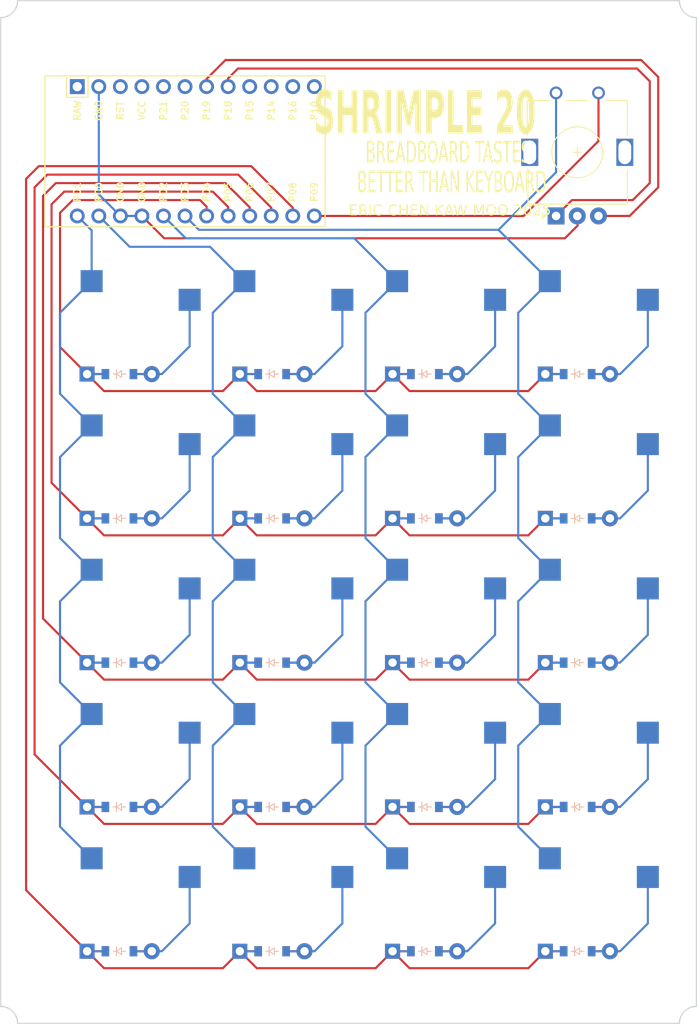
<source format=kicad_pcb>
(kicad_pcb (version 20241229) (generator "pcbnew") (generator_version "9.0")
  (layers (0 "F.Cu" signal) (2 "B.Cu" signal) (13 "F.Paste" user) (15 "B.Paste" user) (5 "F.SilkS" user "F.Silkscreen") (7 "B.SilkS" user "B.Silkscreen") (1 "F.Mask" user) (3 "B.Mask" user) (25 "Edge.Cuts" user))
  (net 0 "")
  (net 1 "P1")
  (net 2 "col1_row1")
  (net 3 "col1_row2")
  (net 4 "col1_row3")
  (net 5 "col1_row4")
  (net 6 "col1_row5")
  (net 7 "P0")
  (net 8 "col2_row1")
  (net 9 "col2_row2")
  (net 10 "col2_row3")
  (net 11 "col2_row4")
  (net 12 "col2_row5")
  (net 13 "P2")
  (net 14 "col3_row1")
  (net 15 "col3_row2")
  (net 16 "col3_row3")
  (net 17 "col3_row4")
  (net 18 "col3_row5")
  (net 19 "P3")
  (net 20 "col4_row1")
  (net 21 "col4_row2")
  (net 22 "col4_row3")
  (net 23 "col4_row4")
  (net 24 "col4_row5")
  (net 25 "P8")
  (net 26 "P7")
  (net 27 "P6")
  (net 28 "P5")
  (net 29 "P4")
  (net 30 "RAW")
  (net 31 "GND")
  (net 32 "RST")
  (net 33 "VCC")
  (net 34 "P21")
  (net 35 "P20")
  (net 36 "P19")
  (net 37 "P18")
  (net 38 "P15")
  (net 39 "P14")
  (net 40 "P16")
  (net 41 "P10")
  (net 42 "P9")
  (footprint "ComboDiode" (layer "F.Cu") (at 118 162)
    (property "Reference" "D16" (hide yes))
    (property "Value" "" (hide yes))
  )
  (footprint "PG1350" (layer "F.Cu") (at 100 157)
    (property "Reference" "S11" (hide yes))
    (property "Value" "" (hide yes))
  )
  (footprint "PG1350" (layer "F.Cu") (at 82 123)
    (property "Reference" "S8" (hide yes))
    (property "Value" "" (hide yes))
  )
  (footprint "PG1350" (layer "F.Cu") (at 82 140)
    (property "Reference" "S7" (hide yes))
    (property "Value" "" (hide yes))
  )
  (footprint "PG1350" (layer "F.Cu") (at 82 89)
    (property "Reference" "S10" (hide yes))
    (property "Value" "" (hide yes))
  )
  (footprint "ProMicro" (layer "F.Cu") (at 73 67.75)
    (property "Reference" "MCU1" (hide yes))
    (property "Value" "" (hide yes))
  )
  (footprint "ComboDiode" (layer "F.Cu") (at 82 145)
    (property "Reference" "D7" (hide yes))
    (property "Value" "" (hide yes))
  )
  (footprint "PG1350" (layer "F.Cu") (at 118 157)
    (property "Reference" "S16" (hide yes))
    (property "Value" "" (hide yes))
  )
  (footprint "PG1350" (layer "F.Cu") (at 82 157)
    (property "Reference" "S6" (hide yes))
    (property "Value" "" (hide yes))
  )
  (footprint "PG1350" (layer "F.Cu") (at 64 157)
    (property "Reference" "S1" (hide yes))
    (property "Value" "" (hide yes))
  )
  (footprint "ComboDiode" (layer "F.Cu") (at 118 94)
    (property "Reference" "D20" (hide yes))
    (property "Value" "" (hide yes))
  )
  (footprint "PG1350" (layer "F.Cu") (at 118 89)
    (property "Reference" "S20" (hide yes))
    (property "Value" "" (hide yes))
  )
  (footprint "ComboDiode" (layer "F.Cu") (at 118 128)
    (property "Reference" "D18" (hide yes))
    (property "Value" "" (hide yes))
  )
  (footprint "PG1350" (layer "F.Cu") (at 118 140)
    (property "Reference" "S17" (hide yes))
    (property "Value" "" (hide yes))
  )
  (footprint "ComboDiode" (layer "F.Cu") (at 64 128)
    (property "Reference" "D3" (hide yes))
    (property "Value" "" (hide yes))
  )
  (footprint "ComboDiode" (layer "F.Cu") (at 118 145)
    (property "Reference" "D17" (hide yes))
    (property "Value" "" (hide yes))
  )
  (footprint "PG1350" (layer "F.Cu") (at 64 123)
    (property "Reference" "S3" (hide yes))
    (property "Value" "" (hide yes))
  )
  (footprint "ComboDiode" (layer "F.Cu") (at 64 94)
    (property "Reference" "D5" (hide yes))
    (property "Value" "" (hide yes))
  )
  (footprint "ComboDiode" (layer "F.Cu") (at 82 162)
    (property "Reference" "D6" (hide yes))
    (property "Value" "" (hide yes))
  )
  (footprint "ComboDiode" (layer "F.Cu") (at 100 94)
    (property "Reference" "D15" (hide yes))
    (property "Value" "" (hide yes))
  )
  (footprint "PG1350" (layer "F.Cu") (at 100 140)
    (property "Reference" "S12" (hide yes))
    (property "Value" "" (hide yes))
  )
  (footprint "ComboDiode" (layer "F.Cu") (at 100 162)
    (property "Reference" "D11" (hide yes))
    (property "Value" "" (hide yes))
  )
  (footprint "PG1350" (layer "F.Cu") (at 118 106)
    (property "Reference" "S19" (hide yes))
    (property "Value" "" (hide yes))
  )
  (footprint "PG1350" (layer "F.Cu") (at 100 89)
    (property "Reference" "S15" (hide yes))
    (property "Value" "" (hide yes))
  )
  (footprint "ComboDiode" (layer "F.Cu") (at 82 128)
    (property "Reference" "D8" (hide yes))
    (property "Value" "" (hide yes))
  )
  (footprint "PG1350" (layer "F.Cu") (at 64 89)
    (property "Reference" "S5" (hide yes))
    (property "Value" "" (hide yes))
  )
  (footprint "ComboDiode" (layer "F.Cu") (at 82 111)
    (property "Reference" "D9" (hide yes))
    (property "Value" "" (hide yes))
  )
  (footprint "ComboDiode" (layer "F.Cu") (at 82 94)
    (property "Reference" "D10" (hide yes))
    (property "Value" "" (hide yes))
  )
  (footprint "PG1350" (layer "F.Cu") (at 100 106)
    (property "Reference" "S14" (hide yes))
    (property "Value" "" (hide yes))
  )
  (footprint "ComboDiode" (layer "F.Cu") (at 64 111)
    (property "Reference" "D4" (hide yes))
    (property "Value" "" (hide yes))
  )
  (footprint "ComboDiode" (layer "F.Cu") (at 118 111)
    (property "Reference" "D19" (hide yes))
    (property "Value" "" (hide yes))
  )
  (footprint "ComboDiode" (layer "F.Cu") (at 64 145)
    (property "Reference" "D2" (hide yes))
    (property "Value" "" (hide yes))
  )
  (footprint "ComboDiode" (layer "F.Cu") (at 100 145)
    (property "Reference" "D12" (hide yes))
    (property "Value" "" (hide yes))
  )
  (footprint "PG1350" (layer "F.Cu") (at 100 123)
    (property "Reference" "S13" (hide yes))
    (property "Value" "" (hide yes))
  )
  (footprint "PG1350" (layer "F.Cu") (at 64 140)
    (property "Reference" "S2" (hide yes))
    (property "Value" "" (hide yes))
  )
  (footprint "ComboDiode" (layer "F.Cu") (at 64 162)
    (property "Reference" "D1" (hide yes))
    (property "Value" "" (hide yes))
  )
  (footprint "PG1350" (layer "F.Cu") (at 118 123)
    (property "Reference" "S18" (hide yes))
    (property "Value" "" (hide yes))
  )
  (footprint "ComboDiode" (layer "F.Cu") (at 100 128)
    (property "Reference" "D13" (hide yes))
    (property "Value" "" (hide yes))
  )
  (footprint "ComboDiode" (layer "F.Cu") (at 100 111)
    (property "Reference" "D14" (hide yes))
    (property "Value" "" (hide yes))
  )
  (footprint "PG1350" (layer "F.Cu") (at 64 106)
    (property "Reference" "S4" (hide yes))
    (property "Value" "" (hide yes))
  )
  (footprint "PG1350" (layer "F.Cu") (at 82 106)
    (property "Reference" "S9" (hide yes))
    (property "Value" "" (hide yes))
  )
  (footprint "rotary_encoder" (layer "F.Cu") (at 118 67.75 90)
    (property "Reference" "ROT1" (hide yes))
    (property "Value" "")
  )
  (gr_line (start 52 50) (end 130 50) (stroke (width 0.15)) (layer "Edge.Cuts"))
  (gr_line (start 132 52) (end 132 168.5) (stroke (width 0.15)) (layer "Edge.Cuts"))
  (gr_line (start 50 168.5) (end 50 52) (stroke (width 0.15)) (layer "Edge.Cuts"))
  (gr_line (start 130 170.5) (end 52 170.5) (stroke (width 0.15)) (layer "Edge.Cuts"))
  (gr_arc (start 130 170.5) (mid 130.585786 169.085786) (end 132 168.5) (stroke (width 0.15)) (layer "Edge.Cuts"))
  (gr_arc (start 52 50) (mid 51.414214 51.414214) (end 50 52) (stroke (width 0.15)) (layer "Edge.Cuts"))
  (gr_arc (start 50 168.5) (mid 51.414214 169.085786) (end 52 170.5) (stroke (width 0.15)) (layer "Edge.Cuts"))
  (gr_arc (start 132 52) (mid 130.585786 51.414214) (end 130 50) (stroke (width 0.15)) (layer "Edge.Cuts"))
  (gr_text "ERIC CHEN KAW MOO 2025" (at 91 75.5 0) (layer "F.SilkS") (effects (font (size 1.25 1.25) (thickness 0.09375)) (justify left bottom)))
  (gr_text "SHRIMPLE 20" (at 100 66.5 0) (layer "F.SilkS") (effects (font (size 5 2.5) (thickness 0.3) (bold yes)) (justify bottom)))
  (gr_text "BREADBOARD TASTES" (at 93 69.5 0) (layer "F.SilkS") (effects (font (size 2.5 1.25) (thickness 0.15625)) (justify left bottom)))
  (gr_text "BETTER THAN KEYBOARD" (at 92 73 0) (layer "F.SilkS") (effects (font (size 2.5 1.25) (thickness 0.15625)) (justify left bottom)))
  (segment (start 57 96.325) (end 60.725 100.05) (width 0.25) (layer "B.Cu") (net 1))
  (segment (start 57 113.325) (end 60.725 117.05) (width 0.25) (layer "B.Cu") (net 1))
  (segment (start 60.725 77.065) (end 59.03 75.37) (width 0.25) (layer "B.Cu") (net 1))
  (segment (start 57 86.775) (end 57 96.325) (width 0.25) (layer "B.Cu") (net 1))
  (segment (start 57 147.325) (end 60.725 151.05) (width 0.25) (layer "B.Cu") (net 1))
  (segment (start 60.725 83.05) (end 57 86.775) (width 0.25) (layer "B.Cu") (net 1))
  (segment (start 57 120.775) (end 57 130.325) (width 0.25) (layer "B.Cu") (net 1))
  (segment (start 60.725 83.05) (end 60.725 77.065) (width 0.25) (layer "B.Cu") (net 1))
  (segment (start 57 137.775) (end 57 147.325) (width 0.25) (layer "B.Cu") (net 1))
  (segment (start 60.725 117.05) (end 57 120.775) (width 0.25) (layer "B.Cu") (net 1))
  (segment (start 57 130.325) (end 60.725 134.05) (width 0.25) (layer "B.Cu") (net 1))
  (segment (start 57 103.775) (end 57 113.325) (width 0.25) (layer "B.Cu") (net 1))
  (segment (start 60.725 100.05) (end 57 103.775) (width 0.25) (layer "B.Cu") (net 1))
  (segment (start 60.725 134.05) (end 57 137.775) (width 0.25) (layer "B.Cu") (net 1))
  (segment (start 65.65 162) (end 67.81 162) (width 0.25) (layer "F.Cu") (net 2))
  (segment (start 72.275 158.725) (end 69 162) (width 0.25) (layer "B.Cu") (net 2))
  (segment (start 65.65 162) (end 67.81 162) (width 0.25) (layer "B.Cu") (net 2))
  (segment (start 69 162) (end 67.81 162) (width 0.25) (layer "B.Cu") (net 2))
  (segment (start 72.275 153.25) (end 72.275 158.725) (width 0.25) (layer "B.Cu") (net 2))
  (segment (start 65.65 145) (end 67.81 145) (width 0.25) (layer "F.Cu") (net 3))
  (segment (start 72.275 136.25) (end 72.275 141.725) (width 0.25) (layer "B.Cu") (net 3))
  (segment (start 69 145) (end 67.81 145) (width 0.25) (layer "B.Cu") (net 3))
  (segment (start 67.81 145) (end 65.65 145) (width 0.25) (layer "B.Cu") (net 3))
  (segment (start 72.275 141.725) (end 69 145) (width 0.25) (layer "B.Cu") (net 3))
  (segment (start 67.81 128) (end 65.65 128) (width 0.25) (layer "F.Cu") (net 4))
  (segment (start 72.275 119.25) (end 72.275 124.725) (width 0.25) (layer "B.Cu") (net 4))
  (segment (start 72.275 124.725) (end 69 128) (width 0.25) (layer "B.Cu") (net 4))
  (segment (start 69 128) (end 67.81 128) (width 0.25) (layer "B.Cu") (net 4))
  (segment (start 67.81 128) (end 65.65 128) (width 0.25) (layer "B.Cu") (net 4))
  (segment (start 65.65 111) (end 67.81 111) (width 0.25) (layer "F.Cu") (net 5))
  (segment (start 65.65 111) (end 67.81 111) (width 0.25) (layer "B.Cu") (net 5))
  (segment (start 72.275 107.725) (end 69 111) (width 0.25) (layer "B.Cu") (net 5))
  (segment (start 69 111) (end 67.81 111) (width 0.25) (layer "B.Cu") (net 5))
  (segment (start 72.275 102.25) (end 72.275 107.725) (width 0.25) (layer "B.Cu") (net 5))
  (segment (start 65.65 94) (end 67.81 94) (width 0.25) (layer "F.Cu") (net 6))
  (segment (start 69 94) (end 67.81 94) (width 0.25) (layer "B.Cu") (net 6))
  (segment (start 72.275 90.725) (end 69 94) (width 0.25) (layer "B.Cu") (net 6))
  (segment (start 72.275 85.25) (end 72.275 90.725) (width 0.25) (layer "B.Cu") (net 6))
  (segment (start 67.81 94) (end 65.65 94) (width 0.25) (layer "B.Cu") (net 6))
  (segment (start 78.725 117.05) (end 75 113.325) (width 0.25) (layer "B.Cu") (net 7))
  (segment (start 75 86.775) (end 78.725 83.05) (width 0.25) (layer "B.Cu") (net 7))
  (segment (start 75 130.325) (end 75 120.775) (width 0.25) (layer "B.Cu") (net 7))
  (segment (start 78.725 100.05) (end 75 96.325) (width 0.25) (layer "B.Cu") (net 7))
  (segment (start 75 103.775) (end 78.725 100.05) (width 0.25) (layer "B.Cu") (net 7))
  (segment (start 78.725 151.05) (end 75 147.325) (width 0.25) (layer "B.Cu") (net 7))
  (segment (start 75 120.775) (end 78.725 117.05) (width 0.25) (layer "B.Cu") (net 7))
  (segment (start 78.725 83.05) (end 74.675 79) (width 0.25) (layer "B.Cu") (net 7))
  (segment (start 74.675 79) (end 65.2 79) (width 0.25) (layer "B.Cu") (net 7))
  (segment (start 78.725 134.05) (end 75 130.325) (width 0.25) (layer "B.Cu") (net 7))
  (segment (start 75 96.325) (end 75 86.775) (width 0.25) (layer "B.Cu") (net 7))
  (segment (start 75 113.325) (end 75 103.775) (width 0.25) (layer "B.Cu") (net 7))
  (segment (start 65.2 79) (end 61.57 75.37) (width 0.25) (layer "B.Cu") (net 7))
  (segment (start 75 147.325) (end 75 137.775) (width 0.25) (layer "B.Cu") (net 7))
  (segment (start 75 137.775) (end 78.725 134.05) (width 0.25) (layer "B.Cu") (net 7))
  (segment (start 83.65 162) (end 85.81 162) (width 0.25) (layer "F.Cu") (net 8))
  (segment (start 87 162) (end 85.81 162) (width 0.25) (layer "B.Cu") (net 8))
  (segment (start 90.275 153.25) (end 90.275 158.725) (width 0.25) (layer "B.Cu") (net 8))
  (segment (start 90.275 158.725) (end 87 162) (width 0.25) (layer "B.Cu") (net 8))
  (segment (start 83.65 162) (end 85.81 162) (width 0.25) (layer "B.Cu") (net 8))
  (segment (start 85.81 145) (end 83.65 145) (width 0.25) (layer "F.Cu") (net 9))
  (segment (start 90.275 136.25) (end 90.275 141.725) (width 0.25) (layer "B.Cu") (net 9))
  (segment (start 87 145) (end 85.81 145) (width 0.25) (layer "B.Cu") (net 9))
  (segment (start 90.275 141.725) (end 87 145) (width 0.25) (layer "B.Cu") (net 9))
  (segment (start 83.65 145) (end 85.81 145) (width 0.25) (layer "B.Cu") (net 9))
  (segment (start 83.65 128) (end 85.81 128) (width 0.25) (layer "F.Cu") (net 10))
  (segment (start 83.65 128) (end 85.81 128) (width 0.25) (layer "B.Cu") (net 10))
  (segment (start 87 128) (end 85.81 128) (width 0.25) (layer "B.Cu") (net 10))
  (segment (start 90.275 124.725) (end 87 128) (width 0.25) (layer "B.Cu") (net 10))
  (segment (start 90.275 119.25) (end 90.275 124.725) (width 0.25) (layer "B.Cu") (net 10))
  (segment (start 83.65 111) (end 85.81 111) (width 0.25) (layer "F.Cu") (net 11))
  (segment (start 83.65 111) (end 85.81 111) (width 0.25) (layer "B.Cu") (net 11))
  (segment (start 90.275 102.25) (end 90.275 107.725) (width 0.25) (layer "B.Cu") (net 11))
  (segment (start 90.275 107.725) (end 87 111) (width 0.25) (layer "B.Cu") (net 11))
  (segment (start 87 111) (end 85.81 111) (width 0.25) (layer "B.Cu") (net 11))
  (segment (start 83.65 94) (end 85.81 94) (width 0.25) (layer "F.Cu") (net 12))
  (segment (start 90.275 90.725) (end 87 94) (width 0.25) (layer "B.Cu") (net 12))
  (segment (start 85.81 94) (end 83.65 94) (width 0.25) (layer "B.Cu") (net 12))
  (segment (start 87 94) (end 85.81 94) (width 0.25) (layer "B.Cu") (net 12))
  (segment (start 90.275 85.25) (end 90.275 90.725) (width 0.25) (layer "B.Cu") (net 12))
  (segment (start 93 120.775) (end 93 130.325) (width 0.25) (layer "B.Cu") (net 13))
  (segment (start 96.725 83.05) (end 93 86.775) (width 0.25) (layer "B.Cu") (net 13))
  (segment (start 71.82 78) (end 91.675 78) (width 0.25) (layer "B.Cu") (net 13))
  (segment (start 93 147.325) (end 96.725 151.05) (width 0.25) (layer "B.Cu") (net 13))
  (segment (start 91.675 78) (end 96.725 83.05) (width 0.25) (layer "B.Cu") (net 13))
  (segment (start 93 86.775) (end 93 96.325) (width 0.25) (layer "B.Cu") (net 13))
  (segment (start 93 113.325) (end 96.725 117.05) (width 0.25) (layer "B.Cu") (net 13))
  (segment (start 93 130.325) (end 96.725 134.05) (width 0.25) (layer "B.Cu") (net 13))
  (segment (start 96.725 117.05) (end 93 120.775) (width 0.25) (layer "B.Cu") (net 13))
  (segment (start 96.725 134.05) (end 93 137.775) (width 0.25) (layer "B.Cu") (net 13))
  (segment (start 93 137.775) (end 93 147.325) (width 0.25) (layer "B.Cu") (net 13))
  (segment (start 69.19 75.37) (end 71.82 78) (width 0.25) (layer "B.Cu") (net 13))
  (segment (start 93 96.325) (end 96.725 100.05) (width 0.25) (layer "B.Cu") (net 13))
  (segment (start 93 103.775) (end 93 113.325) (width 0.25) (layer "B.Cu") (net 13))
  (segment (start 96.725 100.05) (end 93 103.775) (width 0.25) (layer "B.Cu") (net 13))
  (segment (start 101.65 162) (end 103.81 162) (width 0.25) (layer "F.Cu") (net 14))
  (segment (start 108.275 153.25) (end 108.275 158.725) (width 0.25) (layer "B.Cu") (net 14))
  (segment (start 103.81 162) (end 101.65 162) (width 0.25) (layer "B.Cu") (net 14))
  (segment (start 105 162) (end 103.81 162) (width 0.25) (layer "B.Cu") (net 14))
  (segment (start 108.275 158.725) (end 105 162) (width 0.25) (layer "B.Cu") (net 14))
  (segment (start 103.81 145) (end 101.65 145) (width 0.25) (layer "F.Cu") (net 15))
  (segment (start 108.275 136.25) (end 108.275 141.725) (width 0.25) (layer "B.Cu") (net 15))
  (segment (start 108.275 141.725) (end 105 145) (width 0.25) (layer "B.Cu") (net 15))
  (segment (start 105 145) (end 103.81 145) (width 0.25) (layer "B.Cu") (net 15))
  (segment (start 103.81 145) (end 101.65 145) (width 0.25) (layer "B.Cu") (net 15))
  (segment (start 103.81 128) (end 101.65 128) (width 0.25) (layer "F.Cu") (net 16))
  (segment (start 105 128) (end 103.81 128) (width 0.25) (layer "B.Cu") (net 16))
  (segment (start 108.275 119.25) (end 108.275 124.725) (width 0.25) (layer "B.Cu") (net 16))
  (segment (start 101.65 128) (end 103.81 128) (width 0.25) (layer "B.Cu") (net 16))
  (segment (start 108.275 124.725) (end 105 128) (width 0.25) (layer "B.Cu") (net 16))
  (segment (start 101.65 111) (end 103.81 111) (width 0.25) (layer "F.Cu") (net 17))
  (segment (start 108.275 107.725) (end 105 111) (width 0.25) (layer "B.Cu") (net 17))
  (segment (start 101.65 111) (end 103.81 111) (width 0.25) (layer "B.Cu") (net 17))
  (segment (start 108.275 102.25) (end 108.275 107.725) (width 0.25) (layer "B.Cu") (net 17))
  (segment (start 105 111) (end 103.81 111) (width 0.25) (layer "B.Cu") (net 17))
  (segment (start 101.65 94) (end 103.81 94) (width 0.25) (layer "F.Cu") (net 18))
  (segment (start 103.81 94) (end 101.65 94) (width 0.25) (layer "B.Cu") (net 18))
  (segment (start 105 94) (end 103.81 94) (width 0.25) (layer "B.Cu") (net 18))
  (segment (start 108.275 85.25) (end 108.275 90.725) (width 0.25) (layer "B.Cu") (net 18))
  (segment (start 108.275 90.725) (end 105 94) (width 0.25) (layer "B.Cu") (net 18))
  (segment (start 111 137.775) (end 114.725 134.05) (width 0.25) (layer "B.Cu") (net 19))
  (segment (start 111 113.325) (end 111 103.775) (width 0.25) (layer "B.Cu") (net 19))
  (segment (start 114.725 151.05) (end 111 147.325) (width 0.25) (layer "B.Cu") (net 19))
  (segment (start 114.725 100.05) (end 111 96.325) (width 0.25) (layer "B.Cu") (net 19))
  (segment (start 111 86.775) (end 114.725 83.05) (width 0.25) (layer "B.Cu") (net 19))
  (segment (start 71.73 75.37) (end 73.36 77) (width 0.25) (layer "B.Cu") (net 19))
  (segment (start 114.725 134.05) (end 111 130.325) (width 0.25) (layer "B.Cu") (net 19))
  (segment (start 115.46 70.215) (end 108.675 77) (width 0.25) (layer "B.Cu") (net 19))
  (segment (start 114.725 117.05) (end 111 113.325) (width 0.25) (layer "B.Cu") (net 19))
  (segment (start 111 120.775) (end 114.725 117.05) (width 0.25) (layer "B.Cu") (net 19))
  (segment (start 111 96.325) (end 111 86.775) (width 0.25) (layer "B.Cu") (net 19))
  (segment (start 115.46 60.87) (end 115.46 70.215) (width 0.25) (layer "B.Cu") (net 19))
  (segment (start 73.36 77) (end 108.675 77) (width 0.25) (layer "B.Cu") (net 19))
  (segment (start 108.8375 77.1625) (end 114.725 83.05) (width 0.25) (layer "B.Cu") (net 19))
  (segment (start 111 130.325) (end 111 120.775) (width 0.25) (layer "B.Cu") (net 19))
  (segment (start 111 103.775) (end 114.725 100.05) (width 0.25) (layer "B.Cu") (net 19))
  (segment (start 108.675 77) (end 108.8375 77.1625) (width 0.25) (layer "B.Cu") (net 19))
  (segment (start 111 147.325) (end 111 137.775) (width 0.25) (layer "B.Cu") (net 19))
  (segment (start 121.81 162) (end 119.65 162) (width 0.25) (layer "F.Cu") (net 20))
  (segment (start 126.275 158.725) (end 123 162) (width 0.25) (layer "B.Cu") (net 20))
  (segment (start 121.81 162) (end 119.65 162) (width 0.25) (layer "B.Cu") (net 20))
  (segment (start 126.275 153.25) (end 126.275 158.725) (width 0.25) (layer "B.Cu") (net 20))
  (segment (start 123 162) (end 121.81 162) (width 0.25) (layer "B.Cu") (net 20))
  (segment (start 119.65 145) (end 121.81 145) (width 0.25) (layer "F.Cu") (net 21))
  (segment (start 123 145) (end 121.81 145) (width 0.25) (layer "B.Cu") (net 21))
  (segment (start 126.275 141.725) (end 123 145) (width 0.25) (layer "B.Cu") (net 21))
  (segment (start 119.65 145) (end 121.81 145) (width 0.25) (layer "B.Cu") (net 21))
  (segment (start 126.275 136.25) (end 126.275 141.725) (width 0.25) (layer "B.Cu") (net 21))
  (segment (start 119.65 128) (end 121.81 128) (width 0.25) (layer "F.Cu") (net 22))
  (segment (start 126.275 119.25) (end 126.275 124.725) (width 0.25) (layer "B.Cu") (net 22))
  (segment (start 126.275 124.725) (end 123 128) (width 0.25) (layer "B.Cu") (net 22))
  (segment (start 123 128) (end 121.81 128) (width 0.25) (layer "B.Cu") (net 22))
  (segment (start 121.81 128) (end 119.65 128) (width 0.25) (layer "B.Cu") (net 22))
  (segment (start 119.65 111) (end 121.81 111) (width 0.25) (layer "F.Cu") (net 23))
  (segment (start 126.275 107.725) (end 123 111) (width 0.25) (layer "B.Cu") (net 23))
  (segment (start 126.275 102.25) (end 126.275 107.725) (width 0.25) (layer "B.Cu") (net 23))
  (segment (start 123 111) (end 121.81 111) (width 0.25) (layer "B.Cu") (net 23))
  (segment (start 121.81 111) (end 119.65 111) (width 0.25) (layer "B.Cu") (net 23))
  (segment (start 119.65 94) (end 121.81 94) (width 0.25) (layer "F.Cu") (net 24))
  (segment (start 126.275 85.25) (end 126.275 90.725) (width 0.25) (layer "B.Cu") (net 24))
  (segment (start 123 94) (end 121.81 94) (width 0.25) (layer "B.Cu") (net 24))
  (segment (start 121.81 94) (end 119.65 94) (width 0.25) (layer "B.Cu") (net 24))
  (segment (start 126.275 90.725) (end 123 94) (width 0.25) (layer "B.Cu") (net 24))
  (segment (start 96.19 162) (end 98.35 162) (width 0.25) (layer "F.Cu") (net 25))
  (segment (start 54.5 69.5) (end 79.53 69.5) (width 0.25) (layer "F.Cu") (net 25))
  (segment (start 60.19 162) (end 62.19 164) (width 0.25) (layer "F.Cu") (net 25))
  (segment (start 112.19 164) (end 114.19 162) (width 0.25) (layer "F.Cu") (net 25))
  (segment (start 94.19 164) (end 96.19 162) (width 0.25) (layer "F.Cu") (net 25))
  (segment (start 80.19 164) (end 94.19 164) (width 0.25) (layer "F.Cu") (net 25))
  (segment (start 78.19 162) (end 80.35 162) (width 0.25) (layer "F.Cu") (net 25))
  (segment (start 53 154.81) (end 53 71) (width 0.25) (layer "F.Cu") (net 25))
  (segment (start 76.19 164) (end 78.19 162) (width 0.25) (layer "F.Cu") (net 25))
  (segment (start 62.19 164) (end 76.19 164) (width 0.25) (layer "F.Cu") (net 25))
  (segment (start 79.53 69.5) (end 84.43 74.4) (width 0.25) (layer "F.Cu") (net 25))
  (segment (start 84.43 74.4) (end 84.43 75.37) (width 0.25) (layer "F.Cu") (net 25))
  (segment (start 60.19 162) (end 53 154.81) (width 0.25) (layer "F.Cu") (net 25))
  (segment (start 96.19 162) (end 98.19 164) (width 0.25) (layer "F.Cu") (net 25))
  (segment (start 98.19 164) (end 112.19 164) (width 0.25) (layer "F.Cu") (net 25))
  (segment (start 116.35 162) (end 114.19 162) (width 0.25) (layer "F.Cu") (net 25))
  (segment (start 60.19 162) (end 62.35 162) (width 0.25) (layer "F.Cu") (net 25))
  (segment (start 78.19 162) (end 80.19 164) (width 0.25) (layer "F.Cu") (net 25))
  (segment (start 53 71) (end 54.5 69.5) (width 0.25) (layer "F.Cu") (net 25))
  (segment (start 114.19 162) (end 116.35 162) (width 0.25) (layer "B.Cu") (net 25))
  (segment (start 98.35 162) (end 96.19 162) (width 0.25) (layer "B.Cu") (net 25))
  (segment (start 80.35 162) (end 78.19 162) (width 0.25) (layer "B.Cu") (net 25))
  (segment (start 62.35 162) (end 60.19 162) (width 0.25) (layer "B.Cu") (net 25))
  (segment (start 114.19 145) (end 116.35 145) (width 0.25) (layer "F.Cu") (net 26))
  (segment (start 80.19 147) (end 94.19 147) (width 0.25) (layer "F.Cu") (net 26))
  (segment (start 54 138.81) (end 54 72) (width 0.25) (layer "F.Cu") (net 26))
  (segment (start 60.19 145) (end 62.35 145) (width 0.25) (layer "F.Cu") (net 26))
  (segment (start 78.0025 70.5) (end 81.89 74.3875) (width 0.25) (layer "F.Cu") (net 26))
  (segment (start 94.19 147) (end 96.19 145) (width 0.25) (layer "F.Cu") (net 26))
  (segment (start 98.19 147) (end 112.19 147) (width 0.25) (layer "F.Cu") (net 26))
  (segment (start 60.19 145) (end 62.19 147) (width 0.25) (layer "F.Cu") (net 26))
  (segment (start 76.19 147) (end 78.19 145) (width 0.25) (layer "F.Cu") (net 26))
  (segment (start 78.19 145) (end 80.35 145) (width 0.25) (layer "F.Cu") (net 26))
  (segment (start 78.19 145) (end 80.19 147) (width 0.25) (layer "F.Cu") (net 26))
  (segment (start 96.19 145) (end 98.35 145) (width 0.25) (layer "F.Cu") (net 26))
  (segment (start 60.19 145) (end 54 138.81) (width 0.25) (layer "F.Cu") (net 26))
  (segment (start 62.19 147) (end 76.19 147) (width 0.25) (layer "F.Cu") (net 26))
  (segment (start 96.19 145) (end 98.19 147) (width 0.25) (layer "F.Cu") (net 26))
  (segment (start 112.19 147) (end 114.19 145) (width 0.25) (layer "F.Cu") (net 26))
  (segment (start 81.89 74.3875) (end 81.89 75.37) (width 0.25) (layer "F.Cu") (net 26))
  (segment (start 55.5 70.5) (end 78.0025 70.5) (width 0.25) (layer "F.Cu") (net 26))
  (segment (start 54 72) (end 55.5 70.5) (width 0.25) (layer "F.Cu") (net 26))
  (segment (start 78.19 145) (end 80.35 145) (width 0.25) (layer "B.Cu") (net 26))
  (segment (start 114.19 145) (end 116.35 145) (width 0.25) (layer "B.Cu") (net 26))
  (segment (start 60.19 145) (end 62.35 145) (width 0.25) (layer "B.Cu") (net 26))
  (segment (start 98.35 145) (end 96.19 145) (width 0.25) (layer "B.Cu") (net 26))
  (segment (start 116.35 128) (end 114.19 128) (width 0.25) (layer "F.Cu") (net 27))
  (segment (start 76.19 130) (end 78.19 128) (width 0.25) (layer "F.Cu") (net 27))
  (segment (start 78.19 128) (end 80.19 130) (width 0.25) (layer "F.Cu") (net 27))
  (segment (start 80.35 128) (end 78.19 128) (width 0.25) (layer "F.Cu") (net 27))
  (segment (start 79.35 74.35) (end 79.35 75.37) (width 0.25) (layer "F.Cu") (net 27))
  (segment (start 76.5 71.5) (end 79.35 74.35) (width 0.25) (layer "F.Cu") (net 27))
  (segment (start 60.19 128) (end 62.19 130) (width 0.25) (layer "F.Cu") (net 27))
  (segment (start 60.19 128) (end 55 122.81) (width 0.25) (layer "F.Cu") (net 27))
  (segment (start 80.19 130) (end 94.19 130) (width 0.25) (layer "F.Cu") (net 27))
  (segment (start 55 73) (end 56.5 71.5) (width 0.25) (layer "F.Cu") (net 27))
  (segment (start 96.19 128) (end 98.19 130) (width 0.25) (layer "F.Cu") (net 27))
  (segment (start 96.19 128) (end 98.35 128) (width 0.25) (layer "F.Cu") (net 27))
  (segment (start 62.35 128) (end 60.19 128) (width 0.25) (layer "F.Cu") (net 27))
  (segment (start 98.19 130) (end 112.19 130) (width 0.25) (layer "F.Cu") (net 27))
  (segment (start 62.19 130) (end 76.19 130) (width 0.25) (layer "F.Cu") (net 27))
  (segment (start 112.19 130) (end 114.19 128) (width 0.25) (layer "F.Cu") (net 27))
  (segment (start 55 122.81) (end 55 73) (width 0.25) (layer "F.Cu") (net 27))
  (segment (start 56.5 71.5) (end 76.5 71.5) (width 0.25) (layer "F.Cu") (net 27))
  (segment (start 94.19 130) (end 96.19 128) (width 0.25) (layer "F.Cu") (net 27))
  (segment (start 114.19 128) (end 116.35 128) (width 0.25) (layer "B.Cu") (net 27))
  (segment (start 60.19 128) (end 62.35 128) (width 0.25) (layer "B.Cu") (net 27))
  (segment (start 80.35 128) (end 78.19 128) (width 0.25) (layer "B.Cu") (net 27))
  (segment (start 98.35 128) (end 96.19 128) (width 0.25) (layer "B.Cu") (net 27))
  (segment (start 76.19 113) (end 78.19 111) (width 0.25) (layer "F.Cu") (net 28))
  (segment (start 114.19 111) (end 116.35 111) (width 0.25) (layer "F.Cu") (net 28))
  (segment (start 60.19 111) (end 62.35 111) (width 0.25) (layer "F.Cu") (net 28))
  (segment (start 56 106.81) (end 56 74) (width 0.25) (layer "F.Cu") (net 28))
  (segment (start 56 74) (end 57.5 72.5) (width 0.25) (layer "F.Cu") (net 28))
  (segment (start 96.19 111) (end 98.35 111) (width 0.25) (layer "F.Cu") (net 28))
  (segment (start 57.5 72.5) (end 75 72.5) (width 0.25) (layer "F.Cu") (net 28))
  (segment (start 75 72.5) (end 76.81 74.31) (width 0.25) (layer "F.Cu") (net 28))
  (segment (start 98.19 113) (end 112.19 113) (width 0.25) (layer "F.Cu") (net 28))
  (segment (start 94.19 113) (end 96.19 111) (width 0.25) (layer "F.Cu") (net 28))
  (segment (start 96.19 111) (end 98.19 113) (width 0.25) (layer "F.Cu") (net 28))
  (segment (start 112.19 113) (end 114.19 111) (width 0.25) (layer "F.Cu") (net 28))
  (segment (start 76.81 74.31) (end 76.81 75.37) (width 0.25) (layer "F.Cu") (net 28))
  (segment (start 60.19 111) (end 56 106.81) (width 0.25) (layer "F.Cu") (net 28))
  (segment (start 78.19 111) (end 80.19 113) (width 0.25) (layer "F.Cu") (net 28))
  (segment (start 80.19 113) (end 94.19 113) (width 0.25) (layer "F.Cu") (net 28))
  (segment (start 60.19 111) (end 62.19 113) (width 0.25) (layer "F.Cu") (net 28))
  (segment (start 78.19 111) (end 80.35 111) (width 0.25) (layer "F.Cu") (net 28))
  (segment (start 62.19 113) (end 76.19 113) (width 0.25) (layer "F.Cu") (net 28))
  (segment (start 96.19 111) (end 98.35 111) (width 0.25) (layer "B.Cu") (net 28))
  (segment (start 114.19 111) (end 116.35 111) (width 0.25) (layer "B.Cu") (net 28))
  (segment (start 78.19 111) (end 80.35 111) (width 0.25) (layer "B.Cu") (net 28))
  (segment (start 60.19 111) (end 62.35 111) (width 0.25) (layer "B.Cu") (net 28))
  (segment (start 58.5 73.5) (end 73.5 73.5) (width 0.25) (layer "F.Cu") (net 29))
  (segment (start 114.19 94) (end 116.35 94) (width 0.25) (layer "F.Cu") (net 29))
  (segment (start 74.27 74.27) (end 74.27 75.37) (width 0.25) (layer "F.Cu") (net 29))
  (segment (start 60.19 94) (end 62.19 96) (width 0.25) (layer "F.Cu") (net 29))
  (segment (start 62.19 96) (end 76.19 96) (width 0.25) (layer "F.Cu") (net 29))
  (segment (start 73.5 73.5) (end 74.27 74.27) (width 0.25) (layer "F.Cu") (net 29))
  (segment (start 76.19 96) (end 78.19 94) (width 0.25) (layer "F.Cu") (net 29))
  (segment (start 98.19 96) (end 112.19 96) (width 0.25) (layer "F.Cu") (net 29))
  (segment (start 112.19 96) (end 114.19 94) (width 0.25) (layer "F.Cu") (net 29))
  (segment (start 96.19 94) (end 98.19 96) (width 0.25) (layer "F.Cu") (net 29))
  (segment (start 60.19 94) (end 62.35 94) (width 0.25) (layer "F.Cu") (net 29))
  (segment (start 60.19 94) (end 57 90.81) (width 0.25) (layer "F.Cu") (net 29))
  (segment (start 96.19 94) (end 98.35 94) (width 0.25) (layer "F.Cu") (net 29))
  (segment (start 57 75) (end 58.5 73.5) (width 0.25) (layer "F.Cu") (net 29))
  (segment (start 80.19 96) (end 94.19 96) (width 0.25) (layer "F.Cu") (net 29))
  (segment (start 78.19 94) (end 80.19 96) (width 0.25) (layer "F.Cu") (net 29))
  (segment (start 94.19 96) (end 96.19 94) (width 0.25) (layer "F.Cu") (net 29))
  (segment (start 78.19 94) (end 80.35 94) (width 0.25) (layer "F.Cu") (net 29))
  (segment (start 57 90.81) (end 57 75) (width 0.25) (layer "F.Cu") (net 29))
  (segment (start 62.35 94) (end 60.19 94) (width 0.25) (layer "B.Cu") (net 29))
  (segment (start 80.35 94) (end 78.19 94) (width 0.25) (layer "B.Cu") (net 29))
  (segment (start 98.35 94) (end 96.19 94) (width 0.25) (layer "B.Cu") (net 29))
  (segment (start 116.35 94) (end 114.19 94) (width 0.25) (layer "B.Cu") (net 29))
  (segment (start 118 75.41) (end 118 76.5) (width 0.25) (layer "F.Cu") (net 31))
  (segment (start 69.28 78) (end 66.65 75.37) (width 0.25) (layer "F.Cu") (net 31))
  (segment (start 118 76.5) (end 116.5 78) (width 0.25) (layer "F.Cu") (net 31))
  (segment (start 117.96 75.37) (end 118 75.41) (width 0.25) (layer "F.Cu") (net 31))
  (segment (start 116.5 78) (end 69.28 78) (width 0.25) (layer "F.Cu") (net 31))
  (segment (start 66.65 75.37) (end 64.11 75.37) (width 0.25) (layer "B.Cu") (net 31))
  (segment (start 61.57 72.83) (end 61.57 60.13) (width 0.25) (layer "B.Cu") (net 31))
  (segment (start 64.11 75.37) (end 61.57 72.83) (width 0.25) (layer "B.Cu") (net 31))
  (segment (start 125.5 57) (end 76.5 57) (width 0.25) (layer "F.Cu") (net 36))
  (segment (start 120.46 75.37) (end 124.13 75.37) (width 0.25) (layer "F.Cu") (net 36))
  (segment (start 74.27 59.23) (end 74.27 60.13) (width 0.25) (layer "F.Cu") (net 36))
  (segment (start 76.5 57) (end 74.27 59.23) (width 0.25) (layer "F.Cu") (net 36))
  (segment (start 127.5 72) (end 127.5 59) (width 0.25) (layer "F.Cu") (net 36))
  (segment (start 124.13 75.37) (end 127.5 72) (width 0.25) (layer "F.Cu") (net 36))
  (segment (start 127.5 59) (end 125.5 57) (width 0.25) (layer "F.Cu") (net 36))
  (segment (start 126.5 59.5) (end 125 58) (width 0.25) (layer "F.Cu") (net 37))
  (segment (start 117.33 73.5) (end 124.5 73.5) (width 0.25) (layer "F.Cu") (net 37))
  (segment (start 115.46 75.37) (end 117.33 73.5) (width 0.25) (layer "F.Cu") (net 37))
  (segment (start 76.81 59.16) (end 76.81 60.13) (width 0.25) (layer "F.Cu") (net 37))
  (segment (start 124.5 73.5) (end 126.5 71.5) (width 0.25) (layer "F.Cu") (net 37))
  (segment (start 126.5 71.5) (end 126.5 59.5) (width 0.25) (layer "F.Cu") (net 37))
  (segment (start 125 58) (end 77.97 58) (width 0.25) (layer "F.Cu") (net 37))
  (segment (start 77.97 58) (end 76.81 59.16) (width 0.25) (layer "F.Cu") (net 37))
  (segment (start 120.46 60.87) (end 120.46 66.54) (width 0.25) (layer "F.Cu") (net 42))
  (segment (start 111.63 75.37) (end 86.97 75.37) (width 0.25) (layer "F.Cu") (net 42))
  (segment (start 120.46 66.54) (end 111.63 75.37) (width 0.25) (layer "F.Cu") (net 42))
)
</source>
